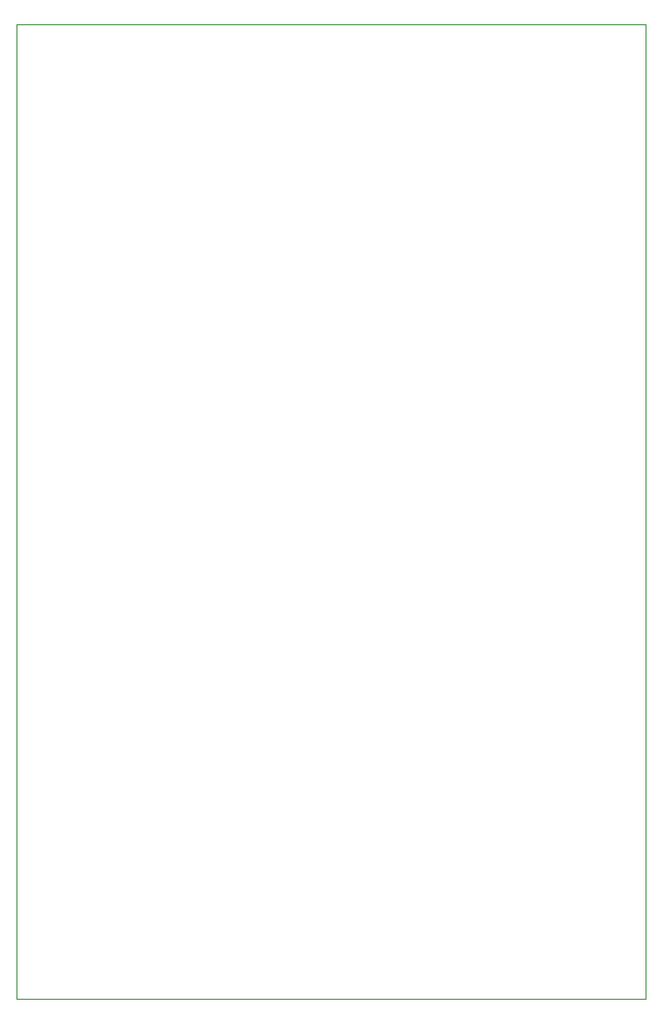
<source format=gm1>
%TF.GenerationSoftware,KiCad,Pcbnew,(6.0.10)*%
%TF.CreationDate,2023-12-29T21:00:05+01:00*%
%TF.ProjectId,Alchemy,416c6368-656d-4792-9e6b-696361645f70,rev?*%
%TF.SameCoordinates,Original*%
%TF.FileFunction,Profile,NP*%
%FSLAX46Y46*%
G04 Gerber Fmt 4.6, Leading zero omitted, Abs format (unit mm)*
G04 Created by KiCad (PCBNEW (6.0.10)) date 2023-12-29 21:00:05*
%MOMM*%
%LPD*%
G01*
G04 APERTURE LIST*
%TA.AperFunction,Profile*%
%ADD10C,0.100000*%
%TD*%
G04 APERTURE END LIST*
D10*
X122500000Y-56000000D02*
X177500000Y-56000000D01*
X177500000Y-56000000D02*
X177500000Y-141000000D01*
X177500000Y-141000000D02*
X122500000Y-141000000D01*
X122500000Y-141000000D02*
X122500000Y-56000000D01*
M02*

</source>
